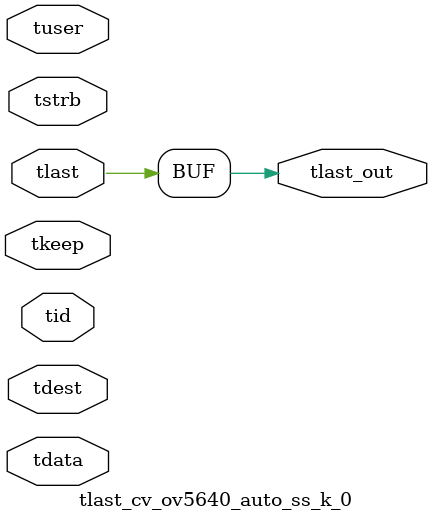
<source format=v>


`timescale 1ps/1ps

module tlast_cv_ov5640_auto_ss_k_0 #
(
parameter C_S_AXIS_TID_WIDTH   = 1,
parameter C_S_AXIS_TUSER_WIDTH = 0,
parameter C_S_AXIS_TDATA_WIDTH = 0,
parameter C_S_AXIS_TDEST_WIDTH = 0
)
(
input  [(C_S_AXIS_TID_WIDTH   == 0 ? 1 : C_S_AXIS_TID_WIDTH)-1:0       ] tid,
input  [(C_S_AXIS_TDATA_WIDTH == 0 ? 1 : C_S_AXIS_TDATA_WIDTH)-1:0     ] tdata,
input  [(C_S_AXIS_TUSER_WIDTH == 0 ? 1 : C_S_AXIS_TUSER_WIDTH)-1:0     ] tuser,
input  [(C_S_AXIS_TDEST_WIDTH == 0 ? 1 : C_S_AXIS_TDEST_WIDTH)-1:0     ] tdest,
input  [(C_S_AXIS_TDATA_WIDTH/8)-1:0 ] tkeep,
input  [(C_S_AXIS_TDATA_WIDTH/8)-1:0 ] tstrb,
input  [0:0]                                                             tlast,
output                                                                   tlast_out
);

assign tlast_out = {tlast};

endmodule


</source>
